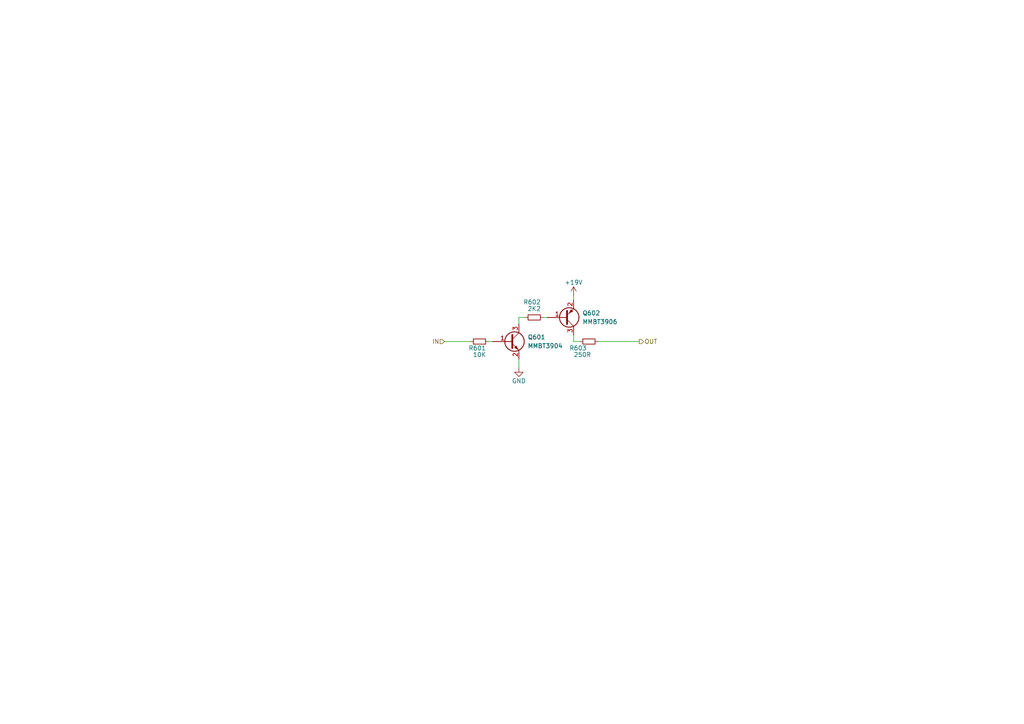
<source format=kicad_sch>
(kicad_sch (version 20211123) (generator eeschema)
  (paper "A4")
  (title_block (title "Days Without Incident Sign") (date "2022-06-24") (rev "${REVISION}") (company "FRC 1721") (comment 4 "Release: ${FULL_REVISION}"))
  (lib_symbols
    (symbol "Device:R_Small" (pin_numbers hide) (pin_names (offset 0.254) hide)
      (property "Reference" "R" (at 0.762 0.508 0))
      (property "Value" "R_Small" (at 0.762 -1.016 0))
      (symbol "R_Small_0_1"
        (rectangle (start -0.762 1.778) (end 0.762 -1.778) (stroke (width 0.2032)))
      )
      (symbol "R_Small_1_1"
        (pin passive line (at 0 2.54 270) (length 0.762) (name "~") (number "1"))
        (pin passive line (at 0 -2.54 90) (length 0.762) (name "~") (number "2"))
      )
    )
    (symbol "KenwoodFox:+19V" (power) (pin_names (offset 0))
      (property "Value" "+19V" (at 0 3.556 0))
      (symbol "+19V_0_1"
        (polyline (pts (xy -0.762 1.27) (xy 0 2.54)))
        (polyline (pts (xy 0 0) (xy 0 2.54)))
        (polyline (pts (xy 0 2.54) (xy 0.762 1.27)))
      )
      (symbol "+19V_1_1"
        (pin power_in line (at 0 0 90) (length 0) hide (name "+19V") (number "1"))
      )
    )
    (symbol "Transistor_BJT:MMBT3904" (pin_names (offset 0) hide)
      (property "Reference" "Q" (at 5.08 1.905 0))
      (property "Value" "MMBT3904" (at 5.08 0 0))
      (symbol "MMBT3904_0_1"
        (polyline (pts (xy 0.635 0.635) (xy 2.54 2.54)))
        (polyline (pts (xy 0.635 -0.635) (xy 2.54 -2.54) (xy 2.54 -2.54)))
        (polyline (pts (xy 0.635 1.905) (xy 0.635 -1.905) (xy 0.635 -1.905)) (stroke (width 0.508)))
        (polyline (pts (xy 1.27 -1.778) (xy 1.778 -1.27) (xy 2.286 -2.286) (xy 1.27 -1.778) (xy 1.27 -1.778)) (fill (type outline)))
        (circle (center 1.27 0) (radius 2.8194) (stroke (width 0.254)))
      )
      (symbol "MMBT3904_1_1"
        (pin input line (at -5.08 0 0) (length 5.715) (name "B") (number "1"))
        (pin passive line (at 2.54 -5.08 90) (length 2.54) (name "E") (number "2"))
        (pin passive line (at 2.54 5.08 270) (length 2.54) (name "C") (number "3"))
      )
    )
    (symbol "Transistor_BJT:MMBT3906" (pin_names (offset 0) hide)
      (property "Reference" "Q" (at 5.08 1.905 0))
      (property "Value" "MMBT3906" (at 5.08 0 0))
      (symbol "MMBT3906_0_1"
        (polyline (pts (xy 0.635 0.635) (xy 2.54 2.54)))
        (polyline (pts (xy 0.635 -0.635) (xy 2.54 -2.54) (xy 2.54 -2.54)))
        (polyline (pts (xy 0.635 1.905) (xy 0.635 -1.905) (xy 0.635 -1.905)) (stroke (width 0.508)))
        (polyline (pts (xy 2.286 -1.778) (xy 1.778 -2.286) (xy 1.27 -1.27) (xy 2.286 -1.778) (xy 2.286 -1.778)) (fill (type outline)))
        (circle (center 1.27 0) (radius 2.8194) (stroke (width 0.254)))
      )
      (symbol "MMBT3906_1_1"
        (pin input line (at -5.08 0 0) (length 5.715) (name "B") (number "1"))
        (pin passive line (at 2.54 -5.08 90) (length 2.54) (name "E") (number "2"))
        (pin passive line (at 2.54 5.08 270) (length 2.54) (name "C") (number "3"))
      )
    )
    (symbol "power:GND" (power) (pin_names (offset 0))
      (property "Value" "GND" (at 0 -3.81 0))
      (symbol "GND_0_1"
        (polyline (pts (xy 0 0) (xy 0 -1.27) (xy 1.27 -1.27) (xy 0 -2.54) (xy -1.27 -1.27) (xy 0 -1.27)))
      )
      (symbol "GND_1_1"
        (pin power_in line (at 0 0 270) (length 0) hide (name "GND") (number "1"))
      )
    )
  )
  (wire (pts (xy 150.495 92.075) (xy 152.4 92.075)))
  (wire (pts (xy 150.495 93.98) (xy 150.495 92.075)))
  (wire (pts (xy 157.48 92.075) (xy 158.75 92.075)))
  (wire (pts (xy 173.355 99.06) (xy 185.42 99.06)))
  (wire (pts (xy 166.37 97.155) (xy 166.37 99.06)))
  (wire (pts (xy 166.37 99.06) (xy 168.275 99.06)))
  (wire (pts (xy 128.905 99.06) (xy 136.525 99.06)))
  (wire (pts (xy 150.495 104.14) (xy 150.495 106.68)))
  (wire (pts (xy 141.605 99.06) (xy 142.875 99.06)))
  (wire (pts (xy 166.37 85.725) (xy 166.37 86.995)))
  (hierarchical_label "OUT" (shape output) (at 185.42 99.06 0))
  (hierarchical_label "IN" (shape input) (at 128.905 99.06 180))
  (symbol (lib_id "Device:R_Small") (at 139.065 99.06 90) (unit 1)
    (property "Reference" "R601" (at 138.43 100.965 90))
    (property "Value" "10K" (at 139.065 102.87 90))
    (property "Footprint" "Resistor_SMD:R_0805_2012Metric" (effects hide))
  )
  (symbol (lib_id "power:GND") (at 150.495 106.68 0) (unit 1)
    (property "Reference" "#PWR0601" (effects hide))
    (property "Value" "GND" (at 150.495 110.49 0))
  )
  (symbol (lib_id "KenwoodFox:+19V") (at 166.37 85.725 0) (unit 1)
    (property "Reference" "#PWR0602" (effects hide))
    (property "Value" "+19V" (at 166.37 81.915 0))
  )
  (symbol (lib_id "Device:R_Small") (at 170.815 99.06 90) (unit 1)
    (property "Reference" "R603" (at 167.64 100.965 90))
    (property "Value" "250R" (at 168.91 102.87 90))
    (property "Footprint" "Resistor_SMD:R_0805_2012Metric" (effects hide))
  )
  (symbol (lib_id "Device:R_Small") (at 154.94 92.075 90) (unit 1)
    (property "Reference" "R602" (at 154.305 87.63 90))
    (property "Value" "2K2" (at 154.94 89.535 90))
    (property "Footprint" "Resistor_SMD:R_0805_2012Metric" (effects hide))
  )
  (symbol (lib_id "Transistor_BJT:MMBT3906") (at 163.83 92.075 0) (mirror x) (unit 1)
    (property "Reference" "Q602" (at 168.91 90.805 0) (effects (justify left)))
    (property "Value" "MMBT3906" (at 168.91 93.345 0) (effects (justify left)))
    (property "Footprint" "Package_TO_SOT_SMD:SOT-23" (effects hide))
    (property "Datasheet" "https://www.onsemi.com/pub/Collateral/2N3906-D.PDF" (effects hide))
  )
  (symbol (lib_id "Transistor_BJT:MMBT3904") (at 147.955 99.06 0) (unit 1)
    (property "Reference" "Q601" (at 153.035 97.7899 0) (effects (justify left)))
    (property "Value" "MMBT3904" (at 153.035 100.3299 0) (effects (justify left)))
    (property "Footprint" "Package_TO_SOT_SMD:SOT-23" (effects hide))
    (property "Datasheet" "https://www.onsemi.com/pub/Collateral/2N3903-D.PDF" (effects hide))
  )
)
</source>
